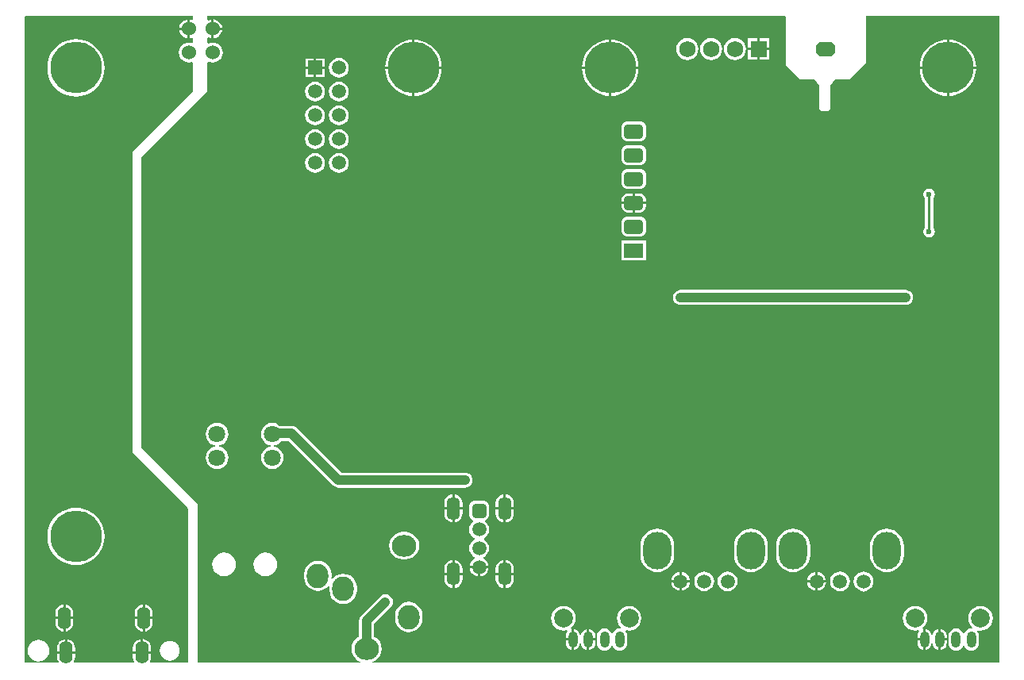
<source format=gbl>
G04 Layer_Physical_Order=2*
G04 Layer_Color=11436288*
%FSLAX25Y25*%
%MOIN*%
G70*
G01*
G75*
%ADD24C,0.00984*%
%ADD26C,0.00787*%
%ADD28C,0.03937*%
G04:AMPARAMS|DCode=31|XSize=60mil|YSize=80mil|CornerRadius=15mil|HoleSize=0mil|Usage=FLASHONLY|Rotation=90.000|XOffset=0mil|YOffset=0mil|HoleType=Round|Shape=RoundedRectangle|*
%AMROUNDEDRECTD31*
21,1,0.06000,0.05000,0,0,90.0*
21,1,0.03000,0.08000,0,0,90.0*
1,1,0.03000,0.02500,0.01500*
1,1,0.03000,0.02500,-0.01500*
1,1,0.03000,-0.02500,-0.01500*
1,1,0.03000,-0.02500,0.01500*
%
%ADD31ROUNDEDRECTD31*%
%ADD32R,0.08000X0.06000*%
G04:AMPARAMS|DCode=33|XSize=59.84mil|YSize=59.84mil|CornerRadius=14.96mil|HoleSize=0mil|Usage=FLASHONLY|Rotation=0.000|XOffset=0mil|YOffset=0mil|HoleType=Round|Shape=RoundedRectangle|*
%AMROUNDEDRECTD33*
21,1,0.05984,0.02992,0,0,0.0*
21,1,0.02992,0.05984,0,0,0.0*
1,1,0.02992,0.01496,-0.01496*
1,1,0.02992,-0.01496,-0.01496*
1,1,0.02992,-0.01496,0.01496*
1,1,0.02992,0.01496,0.01496*
%
%ADD33ROUNDEDRECTD33*%
%ADD34C,0.05984*%
%ADD35O,0.05512X0.09843*%
%ADD36C,0.21654*%
G04:AMPARAMS|DCode=37|XSize=60mil|YSize=80mil|CornerRadius=0mil|HoleSize=0mil|Usage=FLASHONLY|Rotation=90.000|XOffset=0mil|YOffset=0mil|HoleType=Round|Shape=Octagon|*
%AMOCTAGOND37*
4,1,8,-0.04000,-0.01500,-0.04000,0.01500,-0.02500,0.03000,0.02500,0.03000,0.04000,0.01500,0.04000,-0.01500,0.02500,-0.03000,-0.02500,-0.03000,-0.04000,-0.01500,0.0*
%
%ADD37OCTAGOND37*%

%ADD38O,0.10236X0.09055*%
%ADD39O,0.09055X0.10236*%
%ADD40C,0.06890*%
%ADD41R,0.06890X0.06890*%
%ADD42C,0.07874*%
%ADD43O,0.03937X0.06890*%
%ADD44C,0.06000*%
%ADD45C,0.05906*%
%ADD46O,0.11811X0.15748*%
%ADD47O,0.05512X0.09449*%
%ADD48C,0.07087*%
%ADD49R,0.05906X0.05906*%
%ADD50C,0.05000*%
%ADD51C,0.02362*%
%ADD52C,0.02756*%
%ADD53C,0.03937*%
G36*
X509842Y100747D02*
X509489Y100394D01*
X246652D01*
X246552Y100894D01*
X247564Y101313D01*
X248756Y102228D01*
X249672Y103420D01*
X250247Y104809D01*
X250443Y106299D01*
X250247Y107789D01*
X249672Y109178D01*
X248756Y110371D01*
X247564Y111286D01*
X247271Y111407D01*
Y116794D01*
X254215Y123738D01*
X254720Y124396D01*
X255037Y125162D01*
X255145Y125984D01*
X255037Y126806D01*
X254720Y127573D01*
X254215Y128231D01*
X253557Y128735D01*
X252791Y129053D01*
X251969Y129161D01*
X251146Y129053D01*
X250380Y128735D01*
X249722Y128231D01*
X241848Y120357D01*
X241343Y119699D01*
X241026Y118932D01*
X240918Y118110D01*
Y111407D01*
X240625Y111286D01*
X239432Y110371D01*
X238517Y109178D01*
X237942Y107789D01*
X237746Y106299D01*
X237942Y104809D01*
X238517Y103420D01*
X239432Y102228D01*
X240625Y101313D01*
X241636Y100894D01*
X241537Y100394D01*
X173228D01*
X173228Y167323D01*
X149606Y190945D01*
X149606Y312992D01*
X177165Y340551D01*
X177165Y352651D01*
X177665Y352985D01*
X178357Y352698D01*
X179449Y352554D01*
X180540Y352698D01*
X181557Y353119D01*
X182431Y353790D01*
X183101Y354663D01*
X183522Y355680D01*
X183666Y356772D01*
X183522Y357863D01*
X183101Y358880D01*
X182431Y359754D01*
X181557Y360424D01*
X180540Y360845D01*
X179449Y360989D01*
X178357Y360845D01*
X177665Y360559D01*
X177165Y360893D01*
Y362891D01*
X177665Y363181D01*
X178405Y362875D01*
X178949Y362803D01*
Y366772D01*
Y370740D01*
X178405Y370669D01*
X177665Y370362D01*
X177165Y370653D01*
Y372047D01*
X419922Y372047D01*
X420275Y371694D01*
Y351378D01*
X426181Y345472D01*
X432087Y345472D01*
X434055Y343012D01*
Y333169D01*
X435039Y332185D01*
X437992D01*
X438976Y333169D01*
X438976Y343012D01*
X440945Y345472D01*
X446850Y345472D01*
X453740Y352362D01*
Y372047D01*
X509842Y372047D01*
X509842Y100747D01*
D02*
G37*
G36*
X171260Y372047D02*
Y370801D01*
X170844Y370523D01*
X170493Y370669D01*
X169949Y370740D01*
Y366772D01*
Y362803D01*
X170493Y362875D01*
X170844Y363020D01*
X171260Y362742D01*
Y360997D01*
X170844Y360719D01*
X170540Y360845D01*
X169449Y360989D01*
X168357Y360845D01*
X167340Y360424D01*
X166467Y359754D01*
X165797Y358880D01*
X165375Y357863D01*
X165232Y356772D01*
X165375Y355680D01*
X165797Y354663D01*
X166467Y353790D01*
X167340Y353119D01*
X168357Y352698D01*
X169449Y352554D01*
X170540Y352698D01*
X170844Y352824D01*
X171260Y352546D01*
Y340551D01*
X145669Y314961D01*
Y188976D01*
X169291Y165354D01*
X169291Y100747D01*
X168938Y100394D01*
X153231D01*
X153010Y100842D01*
X153025Y100862D01*
X153403Y101775D01*
X153532Y102756D01*
Y104224D01*
X145956D01*
Y102756D01*
X146085Y101775D01*
X146463Y100862D01*
X146478Y100842D01*
X146257Y100394D01*
X121459D01*
X121238Y100842D01*
X121253Y100862D01*
X121632Y101775D01*
X121761Y102756D01*
Y104224D01*
X114184D01*
Y102756D01*
X114313Y101775D01*
X114692Y100862D01*
X114707Y100842D01*
X114486Y100394D01*
X100394D01*
Y371694D01*
X100747Y372047D01*
X171260Y372047D01*
D02*
G37*
%LPC*%
G36*
X301606Y137295D02*
X298318D01*
Y135630D01*
X298447Y134649D01*
X298826Y133736D01*
X299428Y132951D01*
X300212Y132349D01*
X301126Y131971D01*
X301606Y131907D01*
Y137295D01*
D02*
G37*
G36*
X284359D02*
X281071D01*
Y131907D01*
X281551Y131971D01*
X282465Y132349D01*
X283250Y132951D01*
X283852Y133736D01*
X284230Y134649D01*
X284359Y135630D01*
Y137295D01*
D02*
G37*
G36*
X280071D02*
X276782D01*
Y135630D01*
X276912Y134649D01*
X277290Y133736D01*
X277892Y132951D01*
X278677Y132349D01*
X279590Y131971D01*
X280071Y131907D01*
Y137295D01*
D02*
G37*
G36*
X376484Y138567D02*
Y135146D01*
X379905D01*
X379835Y135678D01*
X379437Y136639D01*
X378803Y137465D01*
X377978Y138098D01*
X377016Y138497D01*
X376484Y138567D01*
D02*
G37*
G36*
X432571D02*
X432039Y138497D01*
X431077Y138098D01*
X430252Y137465D01*
X429618Y136639D01*
X429220Y135678D01*
X429150Y135146D01*
X432571D01*
Y138567D01*
D02*
G37*
G36*
X305895Y137295D02*
X302606D01*
Y131907D01*
X303087Y131971D01*
X304000Y132349D01*
X304785Y132951D01*
X305387Y133736D01*
X305766Y134649D01*
X305895Y135630D01*
Y137295D01*
D02*
G37*
G36*
X375484Y138567D02*
X374952Y138497D01*
X373991Y138098D01*
X373165Y137465D01*
X372532Y136639D01*
X372133Y135678D01*
X372063Y135146D01*
X375484D01*
Y138567D01*
D02*
G37*
G36*
X442913Y138815D02*
X441834Y138673D01*
X440829Y138257D01*
X439965Y137594D01*
X439302Y136730D01*
X438886Y135725D01*
X438744Y134646D01*
X438886Y133566D01*
X439302Y132561D01*
X439965Y131697D01*
X440829Y131035D01*
X441834Y130618D01*
X442913Y130476D01*
X443993Y130618D01*
X444998Y131035D01*
X445862Y131697D01*
X446524Y132561D01*
X446941Y133566D01*
X447083Y134646D01*
X446941Y135725D01*
X446524Y136730D01*
X445862Y137594D01*
X444998Y138257D01*
X443993Y138673D01*
X442913Y138815D01*
D02*
G37*
G36*
X395669D02*
X394590Y138673D01*
X393584Y138257D01*
X392721Y137594D01*
X392058Y136730D01*
X391642Y135725D01*
X391500Y134646D01*
X391642Y133566D01*
X392058Y132561D01*
X392721Y131697D01*
X393584Y131035D01*
X394590Y130618D01*
X395669Y130476D01*
X396748Y130618D01*
X397754Y131035D01*
X398618Y131697D01*
X399280Y132561D01*
X399697Y133566D01*
X399839Y134646D01*
X399697Y135725D01*
X399280Y136730D01*
X398618Y137594D01*
X397754Y138257D01*
X396748Y138673D01*
X395669Y138815D01*
D02*
G37*
G36*
X385827D02*
X384748Y138673D01*
X383742Y138257D01*
X382878Y137594D01*
X382216Y136730D01*
X381799Y135725D01*
X381657Y134646D01*
X381799Y133566D01*
X382216Y132561D01*
X382878Y131697D01*
X383742Y131035D01*
X384748Y130618D01*
X385827Y130476D01*
X386906Y130618D01*
X387912Y131035D01*
X388775Y131697D01*
X389438Y132561D01*
X389854Y133566D01*
X389996Y134646D01*
X389854Y135725D01*
X389438Y136730D01*
X388775Y137594D01*
X387912Y138257D01*
X386906Y138673D01*
X385827Y138815D01*
D02*
G37*
G36*
X375484Y134146D02*
X372063D01*
X372133Y133614D01*
X372532Y132652D01*
X373165Y131826D01*
X373991Y131193D01*
X374952Y130795D01*
X375484Y130725D01*
Y134146D01*
D02*
G37*
G36*
X436992D02*
X433571D01*
Y130725D01*
X434103Y130795D01*
X435064Y131193D01*
X435890Y131826D01*
X436523Y132652D01*
X436922Y133614D01*
X436992Y134146D01*
D02*
G37*
G36*
X432571D02*
X429150D01*
X429220Y133614D01*
X429618Y132652D01*
X430252Y131826D01*
X431077Y131193D01*
X432039Y130795D01*
X432571Y130725D01*
Y134146D01*
D02*
G37*
G36*
X379905D02*
X376484D01*
Y130725D01*
X377016Y130795D01*
X377978Y131193D01*
X378803Y131826D01*
X379437Y132652D01*
X379835Y133614D01*
X379905Y134146D01*
D02*
G37*
G36*
X405512Y156727D02*
X404122Y156590D01*
X402787Y156185D01*
X401556Y155527D01*
X400477Y154641D01*
X399591Y153562D01*
X398933Y152331D01*
X398528Y150996D01*
X398391Y149606D01*
Y145669D01*
X398528Y144280D01*
X398933Y142944D01*
X399591Y141713D01*
X400477Y140634D01*
X401556Y139748D01*
X402787Y139090D01*
X404122Y138685D01*
X405512Y138548D01*
X406901Y138685D01*
X408237Y139090D01*
X409468Y139748D01*
X410547Y140634D01*
X411433Y141713D01*
X412091Y142944D01*
X412496Y144280D01*
X412633Y145669D01*
Y149606D01*
X412496Y150996D01*
X412091Y152331D01*
X411433Y153562D01*
X410547Y154641D01*
X409468Y155527D01*
X408237Y156185D01*
X406901Y156590D01*
X405512Y156727D01*
D02*
G37*
G36*
X366142D02*
X364753Y156590D01*
X363417Y156185D01*
X362186Y155527D01*
X361106Y154641D01*
X360221Y153562D01*
X359563Y152331D01*
X359158Y150996D01*
X359021Y149606D01*
Y145669D01*
X359158Y144280D01*
X359563Y142944D01*
X360221Y141713D01*
X361106Y140634D01*
X362186Y139748D01*
X363417Y139090D01*
X364753Y138685D01*
X366142Y138548D01*
X367531Y138685D01*
X368867Y139090D01*
X370098Y139748D01*
X371177Y140634D01*
X372062Y141713D01*
X372721Y142944D01*
X373126Y144280D01*
X373263Y145669D01*
Y149606D01*
X373126Y150996D01*
X372721Y152331D01*
X372062Y153562D01*
X371177Y154641D01*
X370098Y155527D01*
X368867Y156185D01*
X367531Y156590D01*
X366142Y156727D01*
D02*
G37*
G36*
X302606Y143683D02*
Y138295D01*
X305895D01*
Y139961D01*
X305766Y140941D01*
X305387Y141855D01*
X304785Y142639D01*
X304000Y143241D01*
X303087Y143620D01*
X302606Y143683D01*
D02*
G37*
G36*
X423228Y156727D02*
X421839Y156590D01*
X420503Y156185D01*
X419272Y155527D01*
X418193Y154641D01*
X417308Y153562D01*
X416649Y152331D01*
X416244Y150996D01*
X416107Y149606D01*
Y145669D01*
X416244Y144280D01*
X416649Y142944D01*
X417308Y141713D01*
X418193Y140634D01*
X419272Y139748D01*
X420503Y139090D01*
X421839Y138685D01*
X423228Y138548D01*
X424617Y138685D01*
X425953Y139090D01*
X427184Y139748D01*
X428264Y140634D01*
X429149Y141713D01*
X429807Y142944D01*
X430212Y144280D01*
X430349Y145669D01*
Y149606D01*
X430212Y150996D01*
X429807Y152331D01*
X429149Y153562D01*
X428264Y154641D01*
X427184Y155527D01*
X425953Y156185D01*
X424617Y156590D01*
X423228Y156727D01*
D02*
G37*
G36*
X122047Y165588D02*
X120163Y165440D01*
X118325Y164999D01*
X116579Y164275D01*
X114967Y163288D01*
X113530Y162060D01*
X112303Y160623D01*
X111315Y159012D01*
X110592Y157265D01*
X110151Y155428D01*
X110002Y153543D01*
X110151Y151659D01*
X110592Y149821D01*
X111315Y148075D01*
X112303Y146463D01*
X113530Y145026D01*
X114967Y143799D01*
X116579Y142811D01*
X118325Y142088D01*
X120163Y141647D01*
X122047Y141498D01*
X123931Y141647D01*
X125769Y142088D01*
X127515Y142811D01*
X129127Y143799D01*
X130564Y145026D01*
X131792Y146463D01*
X132779Y148075D01*
X133503Y149821D01*
X133944Y151659D01*
X134092Y153543D01*
X133944Y155428D01*
X133503Y157265D01*
X132779Y159012D01*
X131792Y160623D01*
X130564Y162060D01*
X129127Y163288D01*
X127515Y164275D01*
X125769Y164999D01*
X123931Y165440D01*
X122047Y165588D01*
D02*
G37*
G36*
X292835Y168488D02*
X289843D01*
X289144Y168396D01*
X288492Y168126D01*
X287933Y167697D01*
X287504Y167138D01*
X287234Y166486D01*
X287142Y165787D01*
Y162795D01*
X287234Y162096D01*
X287504Y161445D01*
X287933Y160886D01*
X288492Y160457D01*
X288774Y160340D01*
X288849Y159768D01*
X288362Y159394D01*
X287693Y158522D01*
X287273Y157507D01*
X287129Y156417D01*
X287273Y155328D01*
X287693Y154313D01*
X288362Y153441D01*
X289234Y152772D01*
X289335Y152730D01*
Y152230D01*
X289234Y152189D01*
X288362Y151520D01*
X287693Y150648D01*
X287273Y149633D01*
X287129Y148543D01*
X287273Y147454D01*
X287693Y146439D01*
X288362Y145567D01*
X289234Y144898D01*
X289571Y144758D01*
X289571Y144258D01*
X289325Y144156D01*
X288491Y143517D01*
X287851Y142683D01*
X287449Y141711D01*
X287378Y141169D01*
X295299D01*
X295228Y141711D01*
X294826Y142683D01*
X294186Y143517D01*
X293352Y144156D01*
X293106Y144258D01*
X293106Y144758D01*
X293443Y144898D01*
X294315Y145567D01*
X294984Y146439D01*
X295404Y147454D01*
X295548Y148543D01*
X295404Y149633D01*
X294984Y150648D01*
X294315Y151520D01*
X293443Y152189D01*
X293342Y152230D01*
Y152730D01*
X293443Y152772D01*
X294315Y153441D01*
X294984Y154313D01*
X295404Y155328D01*
X295548Y156417D01*
X295404Y157507D01*
X294984Y158522D01*
X294315Y159394D01*
X293828Y159768D01*
X293903Y160340D01*
X294185Y160457D01*
X294744Y160886D01*
X295173Y161445D01*
X295443Y162096D01*
X295535Y162795D01*
Y165787D01*
X295443Y166486D01*
X295173Y167138D01*
X294744Y167697D01*
X294185Y168126D01*
X293533Y168396D01*
X292835Y168488D01*
D02*
G37*
G36*
X462598Y156727D02*
X461209Y156590D01*
X459873Y156185D01*
X458642Y155527D01*
X457563Y154641D01*
X456678Y153562D01*
X456019Y152331D01*
X455614Y150996D01*
X455478Y149606D01*
Y145669D01*
X455614Y144280D01*
X456019Y142944D01*
X456678Y141713D01*
X457563Y140634D01*
X458642Y139748D01*
X459873Y139090D01*
X461209Y138685D01*
X462598Y138548D01*
X463988Y138685D01*
X465323Y139090D01*
X466554Y139748D01*
X467634Y140634D01*
X468519Y141713D01*
X469177Y142944D01*
X469582Y144280D01*
X469719Y145669D01*
Y149606D01*
X469582Y150996D01*
X469177Y152331D01*
X468519Y153562D01*
X467634Y154641D01*
X466554Y155527D01*
X465323Y156185D01*
X463988Y156590D01*
X462598Y156727D01*
D02*
G37*
G36*
X301606Y143683D02*
X301126Y143620D01*
X300212Y143241D01*
X299428Y142639D01*
X298826Y141855D01*
X298447Y140941D01*
X298318Y139961D01*
Y138295D01*
X301606D01*
Y143683D01*
D02*
G37*
G36*
X295299Y140169D02*
X291839D01*
Y136708D01*
X292381Y136780D01*
X293352Y137182D01*
X294186Y137822D01*
X294826Y138656D01*
X295228Y139627D01*
X295299Y140169D01*
D02*
G37*
G36*
X290839D02*
X287378D01*
X287449Y139627D01*
X287851Y138656D01*
X288491Y137822D01*
X289325Y137182D01*
X290296Y136780D01*
X290839Y136708D01*
Y140169D01*
D02*
G37*
G36*
X433571Y138567D02*
Y135146D01*
X436992D01*
X436922Y135678D01*
X436523Y136639D01*
X435890Y137465D01*
X435064Y138098D01*
X434103Y138497D01*
X433571Y138567D01*
D02*
G37*
G36*
X184252Y146696D02*
X182967Y146527D01*
X181770Y146031D01*
X180742Y145242D01*
X179953Y144214D01*
X179457Y143017D01*
X179288Y141732D01*
X179457Y140447D01*
X179953Y139250D01*
X180742Y138222D01*
X181770Y137434D01*
X182967Y136938D01*
X184252Y136768D01*
X185537Y136938D01*
X186734Y137434D01*
X187762Y138222D01*
X188551Y139250D01*
X189047Y140447D01*
X189216Y141732D01*
X189047Y143017D01*
X188551Y144214D01*
X187762Y145242D01*
X186734Y146031D01*
X185537Y146527D01*
X184252Y146696D01*
D02*
G37*
G36*
X281071Y143683D02*
Y138295D01*
X284359D01*
Y139961D01*
X284230Y140941D01*
X283852Y141855D01*
X283250Y142639D01*
X282465Y143241D01*
X281551Y143620D01*
X281071Y143683D01*
D02*
G37*
G36*
X280071D02*
X279590Y143620D01*
X278677Y143241D01*
X277892Y142639D01*
X277290Y141855D01*
X276912Y140941D01*
X276782Y139961D01*
Y138295D01*
X280071D01*
Y143683D01*
D02*
G37*
G36*
X201575Y146696D02*
X200290Y146527D01*
X199093Y146031D01*
X198065Y145242D01*
X197276Y144214D01*
X196780Y143017D01*
X196611Y141732D01*
X196780Y140447D01*
X197276Y139250D01*
X198065Y138222D01*
X199093Y137434D01*
X200290Y136938D01*
X201575Y136768D01*
X202859Y136938D01*
X204057Y137434D01*
X205085Y138222D01*
X205873Y139250D01*
X206369Y140447D01*
X206539Y141732D01*
X206369Y143017D01*
X205873Y144214D01*
X205085Y145242D01*
X204057Y146031D01*
X202859Y146527D01*
X201575Y146696D01*
D02*
G37*
G36*
X487738Y109736D02*
X485244D01*
Y105832D01*
X485519Y105868D01*
X486241Y106167D01*
X486861Y106643D01*
X487337Y107263D01*
X487636Y107985D01*
X487738Y108760D01*
Y109736D01*
D02*
G37*
G36*
X477846D02*
X475352D01*
Y108760D01*
X475454Y107985D01*
X475753Y107263D01*
X476229Y106643D01*
X476849Y106167D01*
X477571Y105868D01*
X477846Y105832D01*
Y109736D01*
D02*
G37*
G36*
X340100D02*
X337606D01*
Y105832D01*
X337881Y105868D01*
X338603Y106167D01*
X339224Y106643D01*
X339699Y107263D01*
X339998Y107985D01*
X340100Y108760D01*
Y109736D01*
D02*
G37*
G36*
X326772Y124296D02*
X325436Y124120D01*
X324190Y123605D01*
X323121Y122784D01*
X322301Y121715D01*
X321785Y120470D01*
X321609Y119134D01*
X321785Y117798D01*
X322301Y116553D01*
X323121Y115484D01*
X324190Y114663D01*
X325436Y114147D01*
X326772Y113972D01*
X328108Y114147D01*
X328154Y114167D01*
X328559Y113843D01*
X328566Y113796D01*
X328116Y113210D01*
X327817Y112487D01*
X327715Y111713D01*
Y110736D01*
X330209D01*
Y114641D01*
X330132Y114631D01*
X329934Y115109D01*
X330422Y115484D01*
X331242Y116553D01*
X331758Y117798D01*
X331934Y119134D01*
X331758Y120470D01*
X331242Y121715D01*
X330422Y122784D01*
X329353Y123605D01*
X328108Y124120D01*
X326772Y124296D01*
D02*
G37*
G36*
X485244Y114641D02*
Y110736D01*
X487738D01*
Y111713D01*
X487636Y112487D01*
X487337Y113210D01*
X486861Y113830D01*
X486241Y114306D01*
X485519Y114605D01*
X485244Y114641D01*
D02*
G37*
G36*
X474409Y124296D02*
X473073Y124120D01*
X471828Y123605D01*
X470759Y122784D01*
X469939Y121715D01*
X469423Y120470D01*
X469247Y119134D01*
X469423Y117798D01*
X469939Y116553D01*
X470759Y115484D01*
X471828Y114663D01*
X473073Y114147D01*
X474409Y113972D01*
X475745Y114147D01*
X475792Y114167D01*
X476197Y113843D01*
X476203Y113796D01*
X475753Y113210D01*
X475454Y112487D01*
X475352Y111713D01*
Y110736D01*
X477846D01*
Y114641D01*
X477770Y114631D01*
X477572Y115109D01*
X478060Y115484D01*
X478880Y116553D01*
X479396Y117798D01*
X479572Y119134D01*
X479396Y120470D01*
X478880Y121715D01*
X478060Y122784D01*
X476991Y123605D01*
X475745Y124120D01*
X474409Y124296D01*
D02*
G37*
G36*
X337606Y114641D02*
Y110736D01*
X340100D01*
Y111713D01*
X339998Y112487D01*
X339699Y113210D01*
X339224Y113830D01*
X338603Y114306D01*
X337881Y114605D01*
X337606Y114641D01*
D02*
G37*
G36*
X117472Y110415D02*
X116992Y110352D01*
X116078Y109974D01*
X115294Y109372D01*
X114692Y108587D01*
X114313Y107673D01*
X114184Y106693D01*
Y105224D01*
X117472D01*
Y110415D01*
D02*
G37*
G36*
X161417Y109681D02*
X160338Y109539D01*
X159333Y109123D01*
X158469Y108460D01*
X157806Y107597D01*
X157390Y106591D01*
X157248Y105512D01*
X157390Y104433D01*
X157806Y103427D01*
X158469Y102564D01*
X159333Y101901D01*
X160338Y101484D01*
X161417Y101342D01*
X162496Y101484D01*
X163502Y101901D01*
X164366Y102564D01*
X165028Y103427D01*
X165445Y104433D01*
X165587Y105512D01*
X165445Y106591D01*
X165028Y107597D01*
X164366Y108460D01*
X163502Y109123D01*
X162496Y109539D01*
X161417Y109681D01*
D02*
G37*
G36*
X106299Y110078D02*
X105117Y109923D01*
X104016Y109467D01*
X103070Y108741D01*
X102344Y107795D01*
X101888Y106694D01*
X101733Y105512D01*
X101888Y104330D01*
X102344Y103228D01*
X103070Y102283D01*
X104016Y101557D01*
X105117Y101101D01*
X106299Y100945D01*
X107481Y101101D01*
X108582Y101557D01*
X109528Y102283D01*
X110254Y103228D01*
X110710Y104330D01*
X110866Y105512D01*
X110710Y106694D01*
X110254Y107795D01*
X109528Y108741D01*
X108582Y109467D01*
X107481Y109923D01*
X106299Y110078D01*
D02*
G37*
G36*
X118472Y110415D02*
Y105224D01*
X121761D01*
Y106693D01*
X121632Y107673D01*
X121253Y108587D01*
X120651Y109372D01*
X119867Y109974D01*
X118953Y110352D01*
X118472Y110415D01*
D02*
G37*
G36*
X330209Y109736D02*
X327715D01*
Y108760D01*
X327817Y107985D01*
X328116Y107263D01*
X328591Y106643D01*
X329212Y106167D01*
X329934Y105868D01*
X330209Y105832D01*
Y109736D01*
D02*
G37*
G36*
X150244Y110415D02*
Y105224D01*
X153532D01*
Y106693D01*
X153403Y107673D01*
X153025Y108587D01*
X152423Y109372D01*
X151638Y109974D01*
X150724Y110352D01*
X150244Y110415D01*
D02*
G37*
G36*
X149244D02*
X148764Y110352D01*
X147850Y109974D01*
X147065Y109372D01*
X146463Y108587D01*
X146085Y107673D01*
X145956Y106693D01*
Y105224D01*
X149244D01*
Y110415D01*
D02*
G37*
G36*
X336606Y114641D02*
X336331Y114605D01*
X335609Y114306D01*
X334989Y113830D01*
X334513Y113210D01*
X334214Y112487D01*
X334160Y112073D01*
X333655D01*
X333601Y112487D01*
X333302Y113210D01*
X332826Y113830D01*
X332206Y114306D01*
X331484Y114605D01*
X331209Y114641D01*
Y110236D01*
Y105832D01*
X331484Y105868D01*
X332206Y106167D01*
X332826Y106643D01*
X333302Y107263D01*
X333601Y107985D01*
X333655Y108399D01*
X334160D01*
X334214Y107985D01*
X334513Y107263D01*
X334989Y106643D01*
X335609Y106167D01*
X336331Y105868D01*
X336606Y105832D01*
Y110236D01*
Y114641D01*
D02*
G37*
G36*
X117685Y124982D02*
Y119791D01*
X120973D01*
Y121260D01*
X120844Y122240D01*
X120466Y123154D01*
X119864Y123939D01*
X119079Y124541D01*
X118166Y124919D01*
X117685Y124982D01*
D02*
G37*
G36*
X116685D02*
X116205Y124919D01*
X115291Y124541D01*
X114506Y123939D01*
X113904Y123154D01*
X113526Y122240D01*
X113397Y121260D01*
Y119791D01*
X116685D01*
Y124982D01*
D02*
G37*
G36*
X501968Y124296D02*
X500632Y124120D01*
X499387Y123605D01*
X498318Y122784D01*
X497498Y121715D01*
X496982Y120470D01*
X496806Y119134D01*
X496982Y117798D01*
X497498Y116553D01*
X498318Y115484D01*
X498519Y115330D01*
X498321Y114851D01*
X498032Y114889D01*
X497209Y114781D01*
X496443Y114464D01*
X495785Y113959D01*
X495280Y113301D01*
X495103Y112874D01*
X494562D01*
X494385Y113301D01*
X493880Y113959D01*
X493222Y114464D01*
X492456Y114781D01*
X491634Y114889D01*
X490812Y114781D01*
X490045Y114464D01*
X489388Y113959D01*
X488883Y113301D01*
X488565Y112535D01*
X488457Y111713D01*
Y108760D01*
X488565Y107938D01*
X488883Y107171D01*
X489388Y106514D01*
X490045Y106009D01*
X490812Y105691D01*
X491634Y105583D01*
X492456Y105691D01*
X493222Y106009D01*
X493880Y106514D01*
X494385Y107171D01*
X494562Y107599D01*
X495103D01*
X495280Y107171D01*
X495785Y106514D01*
X496443Y106009D01*
X497209Y105691D01*
X498032Y105583D01*
X498854Y105691D01*
X499620Y106009D01*
X500278Y106514D01*
X500783Y107171D01*
X501100Y107938D01*
X501208Y108760D01*
Y111713D01*
X501100Y112535D01*
X500783Y113301D01*
X500488Y113686D01*
X500512Y113764D01*
X500778Y114128D01*
X501968Y113972D01*
X503305Y114147D01*
X504550Y114663D01*
X505619Y115484D01*
X506439Y116553D01*
X506955Y117798D01*
X507131Y119134D01*
X506955Y120470D01*
X506439Y121715D01*
X505619Y122784D01*
X504550Y123605D01*
X503305Y124120D01*
X501968Y124296D01*
D02*
G37*
G36*
X150031Y124982D02*
X149551Y124919D01*
X148637Y124541D01*
X147853Y123939D01*
X147251Y123154D01*
X146872Y122240D01*
X146743Y121260D01*
Y119791D01*
X150031D01*
Y124982D01*
D02*
G37*
G36*
X452756Y138815D02*
X451677Y138673D01*
X450671Y138257D01*
X449808Y137594D01*
X449145Y136730D01*
X448728Y135725D01*
X448586Y134646D01*
X448728Y133566D01*
X449145Y132561D01*
X449808Y131697D01*
X450671Y131035D01*
X451677Y130618D01*
X451861Y130594D01*
X452141Y130406D01*
X452756Y130284D01*
X453370Y130406D01*
X453651Y130594D01*
X453835Y130618D01*
X454841Y131035D01*
X455704Y131697D01*
X456367Y132561D01*
X456783Y133566D01*
X456925Y134646D01*
X456783Y135725D01*
X456367Y136730D01*
X455704Y137594D01*
X454841Y138257D01*
X453835Y138673D01*
X452756Y138815D01*
D02*
G37*
G36*
X223622Y143356D02*
X222132Y143160D01*
X220743Y142585D01*
X219550Y141670D01*
X218636Y140477D01*
X218060Y139089D01*
X217864Y137598D01*
Y136417D01*
X218060Y134927D01*
X218636Y133538D01*
X219550Y132346D01*
X220743Y131431D01*
X222132Y130856D01*
X223622Y130659D01*
X225112Y130856D01*
X226501Y131431D01*
X227694Y132346D01*
X228092Y132866D01*
X228571Y132667D01*
X228494Y132087D01*
Y130905D01*
X228690Y129415D01*
X229265Y128026D01*
X230181Y126834D01*
X231373Y125919D01*
X232762Y125344D01*
X234252Y125148D01*
X235742Y125344D01*
X237131Y125919D01*
X238323Y126834D01*
X239238Y128026D01*
X239814Y129415D01*
X240010Y130905D01*
Y132087D01*
X239814Y133577D01*
X239238Y134966D01*
X238323Y136158D01*
X237131Y137073D01*
X235742Y137648D01*
X234252Y137845D01*
X232762Y137648D01*
X231373Y137073D01*
X230181Y136158D01*
X229782Y135638D01*
X229304Y135836D01*
X229380Y136417D01*
Y137598D01*
X229184Y139089D01*
X228608Y140477D01*
X227694Y141670D01*
X226501Y142585D01*
X225112Y143160D01*
X223622Y143356D01*
D02*
G37*
G36*
X151031Y124982D02*
Y119791D01*
X154320D01*
Y121260D01*
X154191Y122240D01*
X153812Y123154D01*
X153210Y123939D01*
X152426Y124541D01*
X151512Y124919D01*
X151031Y124982D01*
D02*
G37*
G36*
X116685Y118791D02*
X113397D01*
Y117323D01*
X113526Y116342D01*
X113904Y115429D01*
X114506Y114644D01*
X115291Y114042D01*
X116205Y113664D01*
X116685Y113600D01*
Y118791D01*
D02*
G37*
G36*
X261811Y126033D02*
X260321Y125837D01*
X258932Y125262D01*
X257739Y124347D01*
X256824Y123154D01*
X256249Y121766D01*
X256053Y120275D01*
Y119094D01*
X256249Y117604D01*
X256824Y116216D01*
X257739Y115023D01*
X258932Y114108D01*
X260321Y113533D01*
X261811Y113337D01*
X263301Y113533D01*
X264690Y114108D01*
X265882Y115023D01*
X266797Y116216D01*
X267373Y117604D01*
X267569Y119094D01*
Y120275D01*
X267373Y121766D01*
X266797Y123154D01*
X265882Y124347D01*
X264690Y125262D01*
X263301Y125837D01*
X261811Y126033D01*
D02*
G37*
G36*
X484244Y114641D02*
X483969Y114605D01*
X483247Y114306D01*
X482627Y113830D01*
X482151Y113210D01*
X481852Y112487D01*
X481797Y112073D01*
X481293D01*
X481239Y112487D01*
X480939Y113210D01*
X480464Y113830D01*
X479844Y114306D01*
X479121Y114605D01*
X478847Y114641D01*
Y110236D01*
Y105832D01*
X479121Y105868D01*
X479844Y106167D01*
X480464Y106643D01*
X480939Y107263D01*
X481239Y107985D01*
X481293Y108399D01*
X481797D01*
X481852Y107985D01*
X482151Y107263D01*
X482627Y106643D01*
X483247Y106167D01*
X483969Y105868D01*
X484244Y105832D01*
Y110236D01*
Y114641D01*
D02*
G37*
G36*
X120973Y118791D02*
X117685D01*
Y113600D01*
X118166Y113664D01*
X119079Y114042D01*
X119864Y114644D01*
X120466Y115429D01*
X120844Y116342D01*
X120973Y117323D01*
Y118791D01*
D02*
G37*
G36*
X354331Y124296D02*
X352995Y124120D01*
X351750Y123605D01*
X350680Y122784D01*
X349860Y121715D01*
X349344Y120470D01*
X349168Y119134D01*
X349344Y117798D01*
X349860Y116553D01*
X350680Y115484D01*
X350881Y115330D01*
X350683Y114851D01*
X350394Y114889D01*
X349571Y114781D01*
X348805Y114464D01*
X348147Y113959D01*
X347642Y113301D01*
X347465Y112874D01*
X346924D01*
X346747Y113301D01*
X346242Y113959D01*
X345585Y114464D01*
X344818Y114781D01*
X343996Y114889D01*
X343174Y114781D01*
X342408Y114464D01*
X341750Y113959D01*
X341245Y113301D01*
X340928Y112535D01*
X340819Y111713D01*
Y108760D01*
X340928Y107938D01*
X341245Y107171D01*
X341750Y106514D01*
X342408Y106009D01*
X343174Y105691D01*
X343996Y105583D01*
X344818Y105691D01*
X345585Y106009D01*
X346242Y106514D01*
X346747Y107171D01*
X346924Y107599D01*
X347465D01*
X347642Y107171D01*
X348147Y106514D01*
X348805Y106009D01*
X349571Y105691D01*
X350394Y105583D01*
X351216Y105691D01*
X351982Y106009D01*
X352640Y106514D01*
X353145Y107171D01*
X353462Y107938D01*
X353571Y108760D01*
Y111713D01*
X353462Y112535D01*
X353145Y113301D01*
X352850Y113686D01*
X352874Y113764D01*
X353140Y114128D01*
X354331Y113972D01*
X355667Y114147D01*
X356912Y114663D01*
X357981Y115484D01*
X358801Y116553D01*
X359317Y117798D01*
X359493Y119134D01*
X359317Y120470D01*
X358801Y121715D01*
X357981Y122784D01*
X356912Y123605D01*
X355667Y124120D01*
X354331Y124296D01*
D02*
G37*
G36*
X154320Y118791D02*
X151031D01*
Y113600D01*
X151512Y113664D01*
X152426Y114042D01*
X153210Y114644D01*
X153812Y115429D01*
X154191Y116342D01*
X154320Y117323D01*
Y118791D01*
D02*
G37*
G36*
X150031D02*
X146743D01*
Y117323D01*
X146872Y116342D01*
X147251Y115429D01*
X147853Y114644D01*
X148637Y114042D01*
X149551Y113664D01*
X150031Y113600D01*
Y118791D01*
D02*
G37*
G36*
X260433Y155364D02*
X259252D01*
X257762Y155168D01*
X256373Y154593D01*
X255181Y153678D01*
X254265Y152485D01*
X253690Y151096D01*
X253494Y149606D01*
X253690Y148116D01*
X254265Y146727D01*
X255181Y145535D01*
X256373Y144620D01*
X257762Y144044D01*
X259252Y143848D01*
X260433D01*
X261923Y144044D01*
X263312Y144620D01*
X264505Y145535D01*
X265420Y146727D01*
X265995Y148116D01*
X266191Y149606D01*
X265995Y151096D01*
X265420Y152485D01*
X264505Y153678D01*
X263312Y154593D01*
X261923Y155168D01*
X260433Y155364D01*
D02*
G37*
G36*
X226394Y349894D02*
X222941D01*
Y346441D01*
X226394D01*
Y349894D01*
D02*
G37*
G36*
X221941D02*
X218488D01*
Y346441D01*
X221941D01*
Y349894D01*
D02*
G37*
G36*
X232441Y354563D02*
X231362Y354421D01*
X230356Y354005D01*
X229493Y353342D01*
X228830Y352478D01*
X228414Y351473D01*
X228271Y350394D01*
X228414Y349314D01*
X228830Y348309D01*
X229493Y347445D01*
X230356Y346783D01*
X231362Y346366D01*
X232441Y346224D01*
X233520Y346366D01*
X234526Y346783D01*
X235389Y347445D01*
X236052Y348309D01*
X236468Y349314D01*
X236610Y350394D01*
X236468Y351473D01*
X236052Y352478D01*
X235389Y353342D01*
X234526Y354005D01*
X233520Y354421D01*
X232441Y354563D01*
D02*
G37*
G36*
X221941Y354346D02*
X218488D01*
Y350894D01*
X221941D01*
Y354346D01*
D02*
G37*
G36*
X264280Y362218D02*
Y350894D01*
X275604D01*
X275497Y352250D01*
X275062Y354060D01*
X274350Y355780D01*
X273377Y357367D01*
X272168Y358782D01*
X270753Y359991D01*
X269165Y360964D01*
X267445Y361676D01*
X265635Y362111D01*
X264280Y362218D01*
D02*
G37*
G36*
X263280D02*
X261924Y362111D01*
X260114Y361676D01*
X258394Y360964D01*
X256806Y359991D01*
X255391Y358782D01*
X254182Y357367D01*
X253209Y355780D01*
X252497Y354060D01*
X252062Y352250D01*
X251956Y350894D01*
X263280D01*
Y362218D01*
D02*
G37*
G36*
X226394Y354346D02*
X222941D01*
Y350894D01*
X226394D01*
Y354346D01*
D02*
G37*
G36*
X275604Y349894D02*
X264280D01*
Y338570D01*
X265635Y338676D01*
X267445Y339111D01*
X269165Y339823D01*
X270753Y340796D01*
X272168Y342005D01*
X273377Y343421D01*
X274350Y345008D01*
X275062Y346728D01*
X275497Y348538D01*
X275604Y349894D01*
D02*
G37*
G36*
X263280D02*
X251956D01*
X252062Y348538D01*
X252497Y346728D01*
X253209Y345008D01*
X254182Y343421D01*
X255391Y342005D01*
X256806Y340796D01*
X258394Y339823D01*
X260114Y339111D01*
X261924Y338676D01*
X263280Y338570D01*
Y349894D01*
D02*
G37*
G36*
X122047Y362439D02*
X120163Y362290D01*
X118325Y361849D01*
X116579Y361126D01*
X114967Y360138D01*
X113530Y358911D01*
X112303Y357473D01*
X111315Y355862D01*
X110592Y354116D01*
X110151Y352278D01*
X110002Y350394D01*
X110151Y348509D01*
X110592Y346672D01*
X111315Y344925D01*
X112303Y343314D01*
X113530Y341877D01*
X114967Y340649D01*
X116579Y339662D01*
X118325Y338938D01*
X120163Y338497D01*
X122047Y338349D01*
X123931Y338497D01*
X125769Y338938D01*
X127515Y339662D01*
X129127Y340649D01*
X130564Y341877D01*
X131792Y343314D01*
X132779Y344925D01*
X133503Y346672D01*
X133944Y348509D01*
X134092Y350394D01*
X133944Y352278D01*
X133503Y354116D01*
X132779Y355862D01*
X131792Y357473D01*
X130564Y358911D01*
X129127Y360138D01*
X127515Y361126D01*
X125769Y361849D01*
X123931Y362290D01*
X122047Y362439D01*
D02*
G37*
G36*
X345957Y349894D02*
X334633D01*
X334739Y348538D01*
X335174Y346728D01*
X335886Y345008D01*
X336859Y343421D01*
X338068Y342005D01*
X339484Y340796D01*
X341071Y339823D01*
X342791Y339111D01*
X344601Y338676D01*
X345957Y338570D01*
Y349894D01*
D02*
G37*
G36*
X500013D02*
X488689D01*
Y338570D01*
X490045Y338676D01*
X491855Y339111D01*
X493575Y339823D01*
X495162Y340796D01*
X496578Y342005D01*
X497787Y343421D01*
X498759Y345008D01*
X499472Y346728D01*
X499906Y348538D01*
X500013Y349894D01*
D02*
G37*
G36*
X487689D02*
X476365D01*
X476472Y348538D01*
X476906Y346728D01*
X477619Y345008D01*
X478591Y343421D01*
X479800Y342005D01*
X481216Y340796D01*
X482803Y339823D01*
X484523Y339111D01*
X486333Y338676D01*
X487689Y338570D01*
Y349894D01*
D02*
G37*
G36*
X358281D02*
X346957D01*
Y338570D01*
X348312Y338676D01*
X350123Y339111D01*
X351842Y339823D01*
X353430Y340796D01*
X354845Y342005D01*
X356054Y343421D01*
X357027Y345008D01*
X357739Y346728D01*
X358174Y348538D01*
X358281Y349894D01*
D02*
G37*
G36*
X345957Y362218D02*
X344601Y362111D01*
X342791Y361676D01*
X341071Y360964D01*
X339484Y359991D01*
X338068Y358782D01*
X336859Y357367D01*
X335886Y355780D01*
X335174Y354060D01*
X334739Y352250D01*
X334633Y350894D01*
X345957D01*
Y362218D01*
D02*
G37*
G36*
X413146Y362713D02*
X409201D01*
Y358768D01*
X413146D01*
Y362713D01*
D02*
G37*
G36*
X408201D02*
X404256D01*
Y358768D01*
X408201D01*
Y362713D01*
D02*
G37*
G36*
X413146Y357768D02*
X409201D01*
Y353823D01*
X413146D01*
Y357768D01*
D02*
G37*
G36*
X168949Y366272D02*
X165480D01*
X165552Y365727D01*
X165955Y364754D01*
X166596Y363919D01*
X167431Y363278D01*
X168405Y362875D01*
X168949Y362803D01*
Y366272D01*
D02*
G37*
G36*
X179949Y370740D02*
Y367272D01*
X183417D01*
X183346Y367816D01*
X182943Y368789D01*
X182302Y369624D01*
X181466Y370266D01*
X180493Y370669D01*
X179949Y370740D01*
D02*
G37*
G36*
X168949D02*
X168405Y370669D01*
X167431Y370266D01*
X166596Y369624D01*
X165955Y368789D01*
X165552Y367816D01*
X165480Y367272D01*
X168949D01*
Y370740D01*
D02*
G37*
G36*
X183417Y366272D02*
X179949D01*
Y362803D01*
X180493Y362875D01*
X181466Y363278D01*
X182302Y363919D01*
X182943Y364754D01*
X183346Y365727D01*
X183417Y366272D01*
D02*
G37*
G36*
X488689Y362218D02*
Y350894D01*
X500013D01*
X499906Y352250D01*
X499472Y354060D01*
X498759Y355780D01*
X497787Y357367D01*
X496578Y358782D01*
X495162Y359991D01*
X493575Y360964D01*
X491855Y361676D01*
X490045Y362111D01*
X488689Y362218D01*
D02*
G37*
G36*
X487689D02*
X486333Y362111D01*
X484523Y361676D01*
X482803Y360964D01*
X481216Y359991D01*
X479800Y358782D01*
X478591Y357367D01*
X477619Y355780D01*
X476906Y354060D01*
X476472Y352250D01*
X476365Y350894D01*
X487689D01*
Y362218D01*
D02*
G37*
G36*
X346957D02*
Y350894D01*
X358281D01*
X358174Y352250D01*
X357739Y354060D01*
X357027Y355780D01*
X356054Y357367D01*
X354845Y358782D01*
X353430Y359991D01*
X351842Y360964D01*
X350123Y361676D01*
X348312Y362111D01*
X346957Y362218D01*
D02*
G37*
G36*
X378701Y362934D02*
X377493Y362775D01*
X376368Y362309D01*
X375401Y361567D01*
X374660Y360601D01*
X374194Y359475D01*
X374035Y358268D01*
X374194Y357060D01*
X374660Y355935D01*
X375401Y354968D01*
X376368Y354227D01*
X377493Y353761D01*
X378701Y353602D01*
X379908Y353761D01*
X381034Y354227D01*
X382000Y354968D01*
X382741Y355935D01*
X383208Y357060D01*
X383367Y358268D01*
X383208Y359475D01*
X382741Y360601D01*
X382000Y361567D01*
X381034Y362309D01*
X379908Y362775D01*
X378701Y362934D01*
D02*
G37*
G36*
X408201Y357768D02*
X404256D01*
Y353823D01*
X408201D01*
Y357768D01*
D02*
G37*
G36*
X398701Y362934D02*
X397493Y362775D01*
X396368Y362309D01*
X395402Y361567D01*
X394660Y360601D01*
X394194Y359475D01*
X394035Y358268D01*
X394194Y357060D01*
X394660Y355935D01*
X395402Y354968D01*
X396368Y354227D01*
X397493Y353761D01*
X398701Y353602D01*
X399908Y353761D01*
X401034Y354227D01*
X402000Y354968D01*
X402741Y355935D01*
X403208Y357060D01*
X403367Y358268D01*
X403208Y359475D01*
X402741Y360601D01*
X402000Y361567D01*
X401034Y362309D01*
X399908Y362775D01*
X398701Y362934D01*
D02*
G37*
G36*
X388701D02*
X387493Y362775D01*
X386368Y362309D01*
X385402Y361567D01*
X384660Y360601D01*
X384194Y359475D01*
X384035Y358268D01*
X384194Y357060D01*
X384660Y355935D01*
X385402Y354968D01*
X386368Y354227D01*
X387493Y353761D01*
X388701Y353602D01*
X389908Y353761D01*
X391034Y354227D01*
X392000Y354968D01*
X392741Y355935D01*
X393208Y357060D01*
X393367Y358268D01*
X393208Y359475D01*
X392741Y360601D01*
X392000Y361567D01*
X391034Y362309D01*
X389908Y362775D01*
X388701Y362934D01*
D02*
G37*
G36*
X181299Y201222D02*
X180066Y201059D01*
X178917Y200583D01*
X177930Y199826D01*
X177172Y198839D01*
X176696Y197690D01*
X176534Y196457D01*
X176696Y195223D01*
X177172Y194074D01*
X177930Y193087D01*
X178917Y192330D01*
X180066Y191854D01*
X180570Y191788D01*
Y191283D01*
X180066Y191217D01*
X178917Y190741D01*
X177930Y189984D01*
X177172Y188997D01*
X176696Y187847D01*
X176534Y186614D01*
X176696Y185381D01*
X177172Y184231D01*
X177930Y183245D01*
X178917Y182487D01*
X180066Y182011D01*
X181299Y181849D01*
X182533Y182011D01*
X183682Y182487D01*
X184669Y183245D01*
X185426Y184231D01*
X185902Y185381D01*
X186064Y186614D01*
X185902Y187847D01*
X185426Y188997D01*
X184669Y189984D01*
X183682Y190741D01*
X182533Y191217D01*
X182029Y191283D01*
Y191788D01*
X182533Y191854D01*
X183682Y192330D01*
X184669Y193087D01*
X185426Y194074D01*
X185902Y195223D01*
X186064Y196457D01*
X185902Y197690D01*
X185426Y198839D01*
X184669Y199826D01*
X183682Y200583D01*
X182533Y201059D01*
X181299Y201222D01*
D02*
G37*
G36*
X204527D02*
X203294Y201059D01*
X202145Y200583D01*
X201158Y199826D01*
X200401Y198839D01*
X199925Y197690D01*
X199762Y196457D01*
X199925Y195223D01*
X200401Y194074D01*
X201158Y193087D01*
X202145Y192330D01*
X203294Y191854D01*
X203798Y191788D01*
Y191283D01*
X203294Y191217D01*
X202145Y190741D01*
X201158Y189984D01*
X200401Y188997D01*
X199925Y187847D01*
X199762Y186614D01*
X199925Y185381D01*
X200401Y184231D01*
X201158Y183245D01*
X202145Y182487D01*
X203294Y182011D01*
X204527Y181849D01*
X205761Y182011D01*
X206910Y182487D01*
X207897Y183245D01*
X208654Y184231D01*
X209130Y185381D01*
X209293Y186614D01*
X209130Y187847D01*
X208654Y188997D01*
X207897Y189984D01*
X206910Y190741D01*
X205761Y191217D01*
X205257Y191283D01*
Y191788D01*
X205761Y191854D01*
X206910Y192330D01*
X207897Y193087D01*
X208347Y193674D01*
X211282D01*
X230037Y174919D01*
X230695Y174414D01*
X231461Y174097D01*
X232283Y173988D01*
X285433D01*
X286255Y174097D01*
X287021Y174414D01*
X287679Y174919D01*
X288184Y175577D01*
X288502Y176343D01*
X288610Y177165D01*
X288502Y177988D01*
X288184Y178754D01*
X287679Y179412D01*
X287021Y179917D01*
X286255Y180234D01*
X285433Y180342D01*
X233599D01*
X214845Y199097D01*
X214187Y199601D01*
X213421Y199919D01*
X212598Y200027D01*
X207635D01*
X206910Y200583D01*
X205761Y201059D01*
X204527Y201222D01*
D02*
G37*
G36*
X302606Y171242D02*
Y165854D01*
X305895D01*
Y167520D01*
X305766Y168500D01*
X305387Y169414D01*
X304785Y170198D01*
X304000Y170800D01*
X303087Y171179D01*
X302606Y171242D01*
D02*
G37*
G36*
X470472Y257114D02*
X375984D01*
X375162Y257006D01*
X374396Y256688D01*
X373738Y256183D01*
X373233Y255525D01*
X372916Y254759D01*
X372807Y253937D01*
X372916Y253115D01*
X373233Y252349D01*
X373738Y251691D01*
X374396Y251186D01*
X375162Y250868D01*
X375984Y250760D01*
X470472D01*
X471295Y250868D01*
X472061Y251186D01*
X472719Y251691D01*
X473224Y252349D01*
X473541Y253115D01*
X473649Y253937D01*
X473541Y254759D01*
X473224Y255525D01*
X472719Y256183D01*
X472061Y256688D01*
X471295Y257006D01*
X470472Y257114D01*
D02*
G37*
G36*
X358799Y287826D02*
X353799D01*
X353099Y287734D01*
X352447Y287464D01*
X351887Y287034D01*
X351457Y286474D01*
X351187Y285822D01*
X351095Y285122D01*
Y282122D01*
X351187Y281422D01*
X351457Y280770D01*
X351887Y280210D01*
X352447Y279780D01*
X353099Y279510D01*
X353799Y279418D01*
X358799D01*
X359499Y279510D01*
X360151Y279780D01*
X360711Y280210D01*
X361141Y280770D01*
X361411Y281422D01*
X361503Y282122D01*
Y285122D01*
X361411Y285822D01*
X361141Y286474D01*
X360711Y287034D01*
X360151Y287464D01*
X359499Y287734D01*
X358799Y287826D01*
D02*
G37*
G36*
X480315Y299653D02*
X479393Y299469D01*
X478612Y298947D01*
X478090Y298166D01*
X477906Y297244D01*
X478090Y296322D01*
X478609Y295545D01*
Y283195D01*
X478090Y282418D01*
X477906Y281496D01*
X478090Y280574D01*
X478612Y279793D01*
X479393Y279271D01*
X480315Y279087D01*
X481237Y279271D01*
X482018Y279793D01*
X482540Y280574D01*
X482723Y281496D01*
X482540Y282418D01*
X482021Y283195D01*
Y295545D01*
X482540Y296322D01*
X482723Y297244D01*
X482540Y298166D01*
X482018Y298947D01*
X481237Y299469D01*
X480315Y299653D01*
D02*
G37*
G36*
X361480Y277803D02*
X351118D01*
Y269441D01*
X361480D01*
Y277803D01*
D02*
G37*
G36*
X301606Y164854D02*
X298318D01*
Y163189D01*
X298447Y162208D01*
X298826Y161295D01*
X299428Y160510D01*
X300212Y159908D01*
X301126Y159530D01*
X301606Y159466D01*
Y164854D01*
D02*
G37*
G36*
X284359D02*
X281071D01*
Y159466D01*
X281551Y159530D01*
X282465Y159908D01*
X283250Y160510D01*
X283852Y161295D01*
X284230Y162208D01*
X284359Y163189D01*
Y164854D01*
D02*
G37*
G36*
X280071D02*
X276782D01*
Y163189D01*
X276912Y162208D01*
X277290Y161295D01*
X277892Y160510D01*
X278677Y159908D01*
X279590Y159530D01*
X280071Y159466D01*
Y164854D01*
D02*
G37*
G36*
X305895D02*
X302606D01*
Y159466D01*
X303087Y159530D01*
X304000Y159908D01*
X304785Y160510D01*
X305387Y161295D01*
X305766Y162208D01*
X305895Y163189D01*
Y164854D01*
D02*
G37*
G36*
X301606Y171242D02*
X301126Y171179D01*
X300212Y170800D01*
X299428Y170198D01*
X298826Y169414D01*
X298447Y168500D01*
X298318Y167520D01*
Y165854D01*
X301606D01*
Y171242D01*
D02*
G37*
G36*
X281071D02*
Y165854D01*
X284359D01*
Y167520D01*
X284230Y168500D01*
X283852Y169414D01*
X283250Y170198D01*
X282465Y170800D01*
X281551Y171179D01*
X281071Y171242D01*
D02*
G37*
G36*
X280071D02*
X279590Y171179D01*
X278677Y170800D01*
X277892Y170198D01*
X277290Y169414D01*
X276912Y168500D01*
X276782Y167520D01*
Y165854D01*
X280071D01*
Y171242D01*
D02*
G37*
G36*
X355799Y293122D02*
X351250D01*
Y292122D01*
X351444Y291146D01*
X351997Y290320D01*
X352824Y289767D01*
X353799Y289573D01*
X355799D01*
Y293122D01*
D02*
G37*
G36*
X358799Y327826D02*
X353799D01*
X353099Y327734D01*
X352447Y327464D01*
X351887Y327034D01*
X351457Y326474D01*
X351187Y325822D01*
X351095Y325122D01*
Y322122D01*
X351187Y321422D01*
X351457Y320770D01*
X351887Y320210D01*
X352447Y319780D01*
X353099Y319510D01*
X353799Y319418D01*
X358799D01*
X359499Y319510D01*
X360151Y319780D01*
X360711Y320210D01*
X361141Y320770D01*
X361411Y321422D01*
X361503Y322122D01*
Y325122D01*
X361411Y325822D01*
X361141Y326474D01*
X360711Y327034D01*
X360151Y327464D01*
X359499Y327734D01*
X358799Y327826D01*
D02*
G37*
G36*
X232441Y324563D02*
X231362Y324421D01*
X230356Y324005D01*
X229493Y323342D01*
X228830Y322478D01*
X228414Y321473D01*
X228271Y320394D01*
X228414Y319315D01*
X228830Y318309D01*
X229493Y317445D01*
X230356Y316783D01*
X231362Y316366D01*
X232441Y316224D01*
X233520Y316366D01*
X234526Y316783D01*
X235389Y317445D01*
X236052Y318309D01*
X236468Y319315D01*
X236610Y320394D01*
X236468Y321473D01*
X236052Y322478D01*
X235389Y323342D01*
X234526Y324005D01*
X233520Y324421D01*
X232441Y324563D01*
D02*
G37*
G36*
X222441D02*
X221362Y324421D01*
X220356Y324005D01*
X219493Y323342D01*
X218830Y322478D01*
X218413Y321473D01*
X218271Y320394D01*
X218413Y319315D01*
X218830Y318309D01*
X219493Y317445D01*
X220356Y316783D01*
X221362Y316366D01*
X222441Y316224D01*
X223520Y316366D01*
X224526Y316783D01*
X225389Y317445D01*
X226052Y318309D01*
X226468Y319315D01*
X226610Y320394D01*
X226468Y321473D01*
X226052Y322478D01*
X225389Y323342D01*
X224526Y324005D01*
X223520Y324421D01*
X222441Y324563D01*
D02*
G37*
G36*
Y334563D02*
X221362Y334421D01*
X220356Y334005D01*
X219493Y333342D01*
X218830Y332478D01*
X218413Y331473D01*
X218271Y330394D01*
X218413Y329314D01*
X218830Y328309D01*
X219493Y327445D01*
X220356Y326783D01*
X221362Y326366D01*
X222441Y326224D01*
X223520Y326366D01*
X224526Y326783D01*
X225389Y327445D01*
X226052Y328309D01*
X226468Y329314D01*
X226610Y330394D01*
X226468Y331473D01*
X226052Y332478D01*
X225389Y333342D01*
X224526Y334005D01*
X223520Y334421D01*
X222441Y334563D01*
D02*
G37*
G36*
X232441Y344563D02*
X231362Y344421D01*
X230356Y344005D01*
X229493Y343342D01*
X228830Y342478D01*
X228414Y341473D01*
X228271Y340394D01*
X228414Y339315D01*
X228830Y338309D01*
X229493Y337445D01*
X230356Y336783D01*
X231362Y336366D01*
X232441Y336224D01*
X233520Y336366D01*
X234526Y336783D01*
X235389Y337445D01*
X236052Y338309D01*
X236468Y339315D01*
X236610Y340394D01*
X236468Y341473D01*
X236052Y342478D01*
X235389Y343342D01*
X234526Y344005D01*
X233520Y344421D01*
X232441Y344563D01*
D02*
G37*
G36*
X222441D02*
X221362Y344421D01*
X220356Y344005D01*
X219493Y343342D01*
X218830Y342478D01*
X218413Y341473D01*
X218271Y340394D01*
X218413Y339315D01*
X218830Y338309D01*
X219493Y337445D01*
X220356Y336783D01*
X221362Y336366D01*
X222441Y336224D01*
X223520Y336366D01*
X224526Y336783D01*
X225389Y337445D01*
X226052Y338309D01*
X226468Y339315D01*
X226610Y340394D01*
X226468Y341473D01*
X226052Y342478D01*
X225389Y343342D01*
X224526Y344005D01*
X223520Y344421D01*
X222441Y344563D01*
D02*
G37*
G36*
X232441Y334563D02*
X231362Y334421D01*
X230356Y334005D01*
X229493Y333342D01*
X228830Y332478D01*
X228414Y331473D01*
X228271Y330394D01*
X228414Y329314D01*
X228830Y328309D01*
X229493Y327445D01*
X230356Y326783D01*
X231362Y326366D01*
X232441Y326224D01*
X233520Y326366D01*
X234526Y326783D01*
X235389Y327445D01*
X236052Y328309D01*
X236468Y329314D01*
X236610Y330394D01*
X236468Y331473D01*
X236052Y332478D01*
X235389Y333342D01*
X234526Y334005D01*
X233520Y334421D01*
X232441Y334563D01*
D02*
G37*
G36*
X358799Y297671D02*
X356799D01*
Y294122D01*
X361348D01*
Y295122D01*
X361154Y296097D01*
X360602Y296924D01*
X359775Y297477D01*
X358799Y297671D01*
D02*
G37*
G36*
X355799D02*
X353799D01*
X352824Y297477D01*
X351997Y296924D01*
X351444Y296097D01*
X351250Y295122D01*
Y294122D01*
X355799D01*
Y297671D01*
D02*
G37*
G36*
X361348Y293122D02*
X356799D01*
Y289573D01*
X358799D01*
X359775Y289767D01*
X360602Y290320D01*
X361154Y291146D01*
X361348Y292122D01*
Y293122D01*
D02*
G37*
G36*
X358799Y307826D02*
X353799D01*
X353099Y307734D01*
X352447Y307464D01*
X351887Y307034D01*
X351457Y306474D01*
X351187Y305822D01*
X351095Y305122D01*
Y302122D01*
X351187Y301422D01*
X351457Y300770D01*
X351887Y300210D01*
X352447Y299780D01*
X353099Y299510D01*
X353799Y299418D01*
X358799D01*
X359499Y299510D01*
X360151Y299780D01*
X360711Y300210D01*
X361141Y300770D01*
X361411Y301422D01*
X361503Y302122D01*
Y305122D01*
X361411Y305822D01*
X361141Y306474D01*
X360711Y307034D01*
X360151Y307464D01*
X359499Y307734D01*
X358799Y307826D01*
D02*
G37*
G36*
Y317826D02*
X353799D01*
X353099Y317734D01*
X352447Y317464D01*
X351887Y317034D01*
X351457Y316474D01*
X351187Y315822D01*
X351095Y315122D01*
Y312122D01*
X351187Y311422D01*
X351457Y310770D01*
X351887Y310210D01*
X352447Y309780D01*
X353099Y309510D01*
X353799Y309418D01*
X358799D01*
X359499Y309510D01*
X360151Y309780D01*
X360711Y310210D01*
X361141Y310770D01*
X361411Y311422D01*
X361503Y312122D01*
Y315122D01*
X361411Y315822D01*
X361141Y316474D01*
X360711Y317034D01*
X360151Y317464D01*
X359499Y317734D01*
X358799Y317826D01*
D02*
G37*
G36*
X232441Y314563D02*
X231362Y314421D01*
X230356Y314005D01*
X229493Y313342D01*
X228830Y312478D01*
X228414Y311473D01*
X228271Y310394D01*
X228414Y309314D01*
X228830Y308309D01*
X229493Y307445D01*
X230356Y306783D01*
X231362Y306366D01*
X232441Y306224D01*
X233520Y306366D01*
X234526Y306783D01*
X235389Y307445D01*
X236052Y308309D01*
X236468Y309314D01*
X236610Y310394D01*
X236468Y311473D01*
X236052Y312478D01*
X235389Y313342D01*
X234526Y314005D01*
X233520Y314421D01*
X232441Y314563D01*
D02*
G37*
G36*
X222441D02*
X221362Y314421D01*
X220356Y314005D01*
X219493Y313342D01*
X218830Y312478D01*
X218413Y311473D01*
X218271Y310394D01*
X218413Y309314D01*
X218830Y308309D01*
X219493Y307445D01*
X220356Y306783D01*
X221362Y306366D01*
X222441Y306224D01*
X223520Y306366D01*
X224526Y306783D01*
X225389Y307445D01*
X226052Y308309D01*
X226468Y309314D01*
X226610Y310394D01*
X226468Y311473D01*
X226052Y312478D01*
X225389Y313342D01*
X224526Y314005D01*
X223520Y314421D01*
X222441Y314563D01*
D02*
G37*
%LPD*%
D24*
X480315Y281496D02*
Y297244D01*
D26*
X452756Y131890D02*
Y134646D01*
D28*
X232283Y177165D02*
X285433D01*
X212598Y196850D02*
X232283Y177165D01*
X204921Y196850D02*
X212598D01*
X204527Y196457D02*
X204921Y196850D01*
X244094Y106299D02*
Y118110D01*
X391732Y253937D02*
X407480D01*
X423228D01*
X438976D01*
X454724D01*
X470472D01*
X375984D02*
X391732D01*
X244094Y118110D02*
X251969Y125984D01*
D31*
X356299Y323622D02*
D03*
Y313622D02*
D03*
Y303622D02*
D03*
Y293622D02*
D03*
Y283622D02*
D03*
D32*
Y273622D02*
D03*
D33*
X291338Y164291D02*
D03*
D34*
Y156417D02*
D03*
Y148543D02*
D03*
Y140669D02*
D03*
D35*
X280571Y137795D02*
D03*
X302106D02*
D03*
Y165354D02*
D03*
X280571D02*
D03*
D36*
X122047Y153543D02*
D03*
Y350394D02*
D03*
X263779D02*
D03*
X346457D02*
D03*
X488189D02*
D03*
D37*
X436791Y358268D02*
D03*
D38*
X244094Y106299D02*
D03*
X259842Y149606D02*
D03*
D39*
X223622Y137008D02*
D03*
X234252Y131496D02*
D03*
X261811Y119685D02*
D03*
D40*
X378701Y358268D02*
D03*
X388701D02*
D03*
X398701D02*
D03*
D41*
X408701D02*
D03*
D42*
X474409Y119134D02*
D03*
X501968D02*
D03*
X326772D02*
D03*
X354331D02*
D03*
D43*
X478346Y110236D02*
D03*
X498032D02*
D03*
X484744D02*
D03*
X491634D02*
D03*
X330709D02*
D03*
X350394D02*
D03*
X337106D02*
D03*
X343996D02*
D03*
D44*
X179449Y366772D02*
D03*
Y356772D02*
D03*
X169449D02*
D03*
Y366772D02*
D03*
D45*
X452756Y134646D02*
D03*
X442913D02*
D03*
X433071D02*
D03*
X395669D02*
D03*
X385827D02*
D03*
X375984D02*
D03*
X232441Y350394D02*
D03*
X222441Y340394D02*
D03*
X232441D02*
D03*
X222441Y330394D02*
D03*
X232441D02*
D03*
X222441Y320394D02*
D03*
X232441D02*
D03*
X222441Y310394D02*
D03*
X232441D02*
D03*
D46*
X462598Y147638D02*
D03*
X423228D02*
D03*
X405512D02*
D03*
X366142D02*
D03*
D47*
X117972Y104724D02*
D03*
X149744D02*
D03*
X150531Y119291D02*
D03*
X117185D02*
D03*
D48*
X204527Y186614D02*
D03*
X181299D02*
D03*
X204527Y196457D02*
D03*
X181299D02*
D03*
D49*
X222441Y350394D02*
D03*
D50*
X267717Y228346D02*
D03*
X151575Y131890D02*
D03*
X145669D02*
D03*
X141732Y127953D02*
D03*
X376378Y316535D02*
D03*
D51*
X480315Y297244D02*
D03*
X214567Y255906D02*
D03*
X210630D02*
D03*
X470472Y253937D02*
D03*
X454724D02*
D03*
X438976D02*
D03*
X423228D02*
D03*
X407480D02*
D03*
X375984D02*
D03*
X480315Y281496D02*
D03*
X391732Y253937D02*
D03*
D52*
X198819Y246063D02*
D03*
X202756D02*
D03*
X230315D02*
D03*
X226378D02*
D03*
D53*
X259842Y238189D02*
D03*
X283465Y334646D02*
D03*
X285433Y177165D02*
D03*
X251969Y125984D02*
D03*
M02*

</source>
